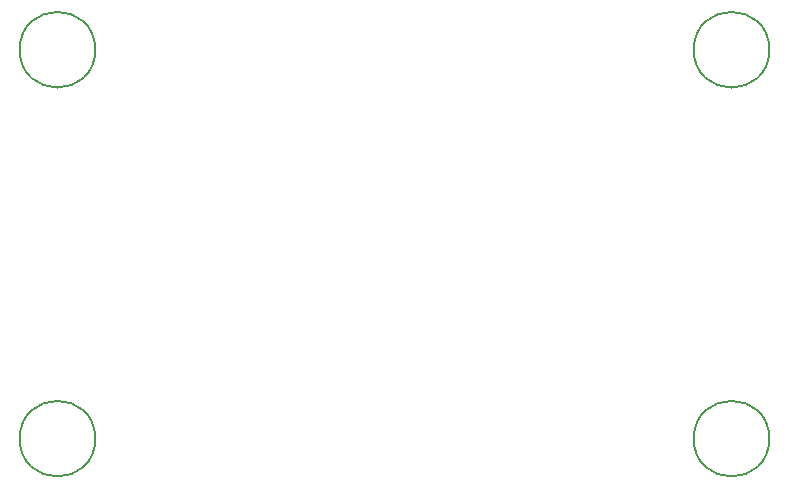
<source format=gbr>
%TF.GenerationSoftware,KiCad,Pcbnew,9.0.1+1*%
%TF.CreationDate,2026-01-24T05:02:46+00:00*%
%TF.ProjectId,WALKIN_PIR_IF,57414c4b-494e-45f5-9049-525f49462e6b,B*%
%TF.SameCoordinates,Original*%
%TF.FileFunction,Other,Comment*%
%FSLAX46Y46*%
G04 Gerber Fmt 4.6, Leading zero omitted, Abs format (unit mm)*
G04 Created by KiCad (PCBNEW 9.0.1+1) date 2026-01-24 05:02:46*
%MOMM*%
%LPD*%
G01*
G04 APERTURE LIST*
%ADD10C,0.150000*%
G04 APERTURE END LIST*
D10*
%TO.C,H1*%
X186725535Y-113885568D02*
G75*
G02*
X180325535Y-113885568I-3200000J0D01*
G01*
X180325535Y-113885568D02*
G75*
G02*
X186725535Y-113885568I3200000J0D01*
G01*
%TO.C,H3*%
X186725535Y-80956635D02*
G75*
G02*
X180325535Y-80956635I-3200000J0D01*
G01*
X180325535Y-80956635D02*
G75*
G02*
X186725535Y-80956635I3200000J0D01*
G01*
%TO.C,H4*%
X129655534Y-80956635D02*
G75*
G02*
X123255534Y-80956635I-3200000J0D01*
G01*
X123255534Y-80956635D02*
G75*
G02*
X129655534Y-80956635I3200000J0D01*
G01*
%TO.C,H2*%
X129655534Y-113885568D02*
G75*
G02*
X123255534Y-113885568I-3200000J0D01*
G01*
X123255534Y-113885568D02*
G75*
G02*
X129655534Y-113885568I3200000J0D01*
G01*
%TD*%
M02*

</source>
